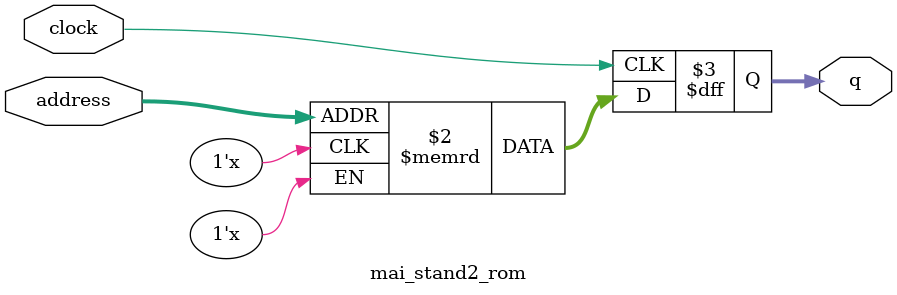
<source format=sv>
module mai_stand2_rom (
	input logic clock,
	input logic [12:0] address,
	output logic [3:0] q
);

logic [3:0] memory [0:7621] /* synthesis ram_init_file = "./mai_stand2/mai_stand2.COE" */;

always_ff @ (posedge clock) begin
	q <= memory[address];
end

endmodule

</source>
